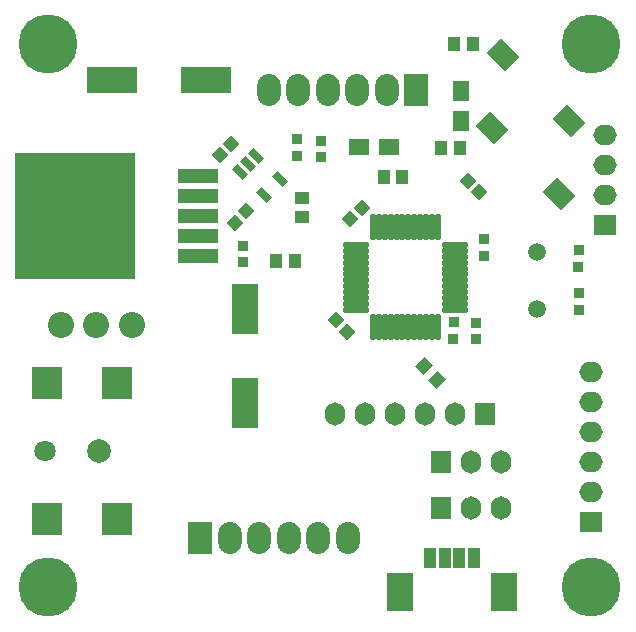
<source format=gts>
G04*
G04 #@! TF.GenerationSoftware,Altium Limited,Altium Designer,19.1.8 (144)*
G04*
G04 Layer_Color=8388736*
%FSLAX44Y44*%
%MOMM*%
G71*
G01*
G75*
G04:AMPARAMS|DCode=37|XSize=1.0032mm|YSize=1.1682mm|CornerRadius=0mm|HoleSize=0mm|Usage=FLASHONLY|Rotation=315.000|XOffset=0mm|YOffset=0mm|HoleType=Round|Shape=Rectangle|*
%AMROTATEDRECTD37*
4,1,4,-0.7677,-0.0583,0.0583,0.7677,0.7677,0.0583,-0.0583,-0.7677,-0.7677,-0.0583,0.0*
%
%ADD37ROTATEDRECTD37*%

%ADD38R,0.9652X0.9652*%
%ADD39P,1.3650X4X360.0*%
%ADD40R,1.0032X1.1682*%
%ADD41P,1.3650X4X270.0*%
%ADD42R,1.1682X1.0032*%
%ADD43R,2.5032X2.7032*%
%ADD44R,3.4032X1.2532*%
%ADD45R,10.2032X10.6532*%
%ADD46R,4.2032X2.2032*%
%ADD47R,2.2032X4.2032*%
G04:AMPARAMS|DCode=48|XSize=0.6532mm|YSize=1.2032mm|CornerRadius=0mm|HoleSize=0mm|Usage=FLASHONLY|Rotation=45.000|XOffset=0mm|YOffset=0mm|HoleType=Round|Shape=Rectangle|*
%AMROTATEDRECTD48*
4,1,4,0.1945,-0.6563,-0.6563,0.1945,-0.1945,0.6563,0.6563,-0.1945,0.1945,-0.6563,0.0*
%
%ADD48ROTATEDRECTD48*%

G04:AMPARAMS|DCode=49|XSize=2.2032mm|YSize=1.7032mm|CornerRadius=0mm|HoleSize=0mm|Usage=FLASHONLY|Rotation=135.000|XOffset=0mm|YOffset=0mm|HoleType=Round|Shape=Rectangle|*
%AMROTATEDRECTD49*
4,1,4,1.3811,-0.1768,0.1768,-1.3811,-1.3811,0.1768,-0.1768,1.3811,1.3811,-0.1768,0.0*
%
%ADD49ROTATEDRECTD49*%

%ADD50R,1.7272X1.4732*%
%ADD51R,1.4732X1.7272*%
%ADD52O,0.5032X2.3032*%
%ADD53O,2.3032X0.5032*%
%ADD54R,2.3032X3.2032*%
%ADD55R,1.0032X1.8032*%
%ADD56R,1.7272X1.9812*%
%ADD57O,1.7272X1.9812*%
%ADD58C,5.0000*%
%ADD59O,2.0032X2.7032*%
%ADD60R,2.0032X2.7032*%
%ADD61C,2.2032*%
%ADD62O,1.9812X1.7272*%
%ADD63R,1.9812X1.7272*%
%ADD64C,1.5032*%
%ADD65C,2.0032*%
%ADD66C,1.8032*%
D37*
X828250Y637250D02*
D03*
X839564Y625936D02*
D03*
D38*
X872246Y660280D02*
D03*
X872500Y674250D02*
D03*
X853500Y660500D02*
D03*
X853754Y674470D02*
D03*
X959500Y735250D02*
D03*
X959246Y721280D02*
D03*
X959500Y685000D02*
D03*
X959754Y698970D02*
D03*
X879254Y744970D02*
D03*
X879000Y731000D02*
D03*
X675640Y739140D02*
D03*
X675386Y725170D02*
D03*
X741680Y828040D02*
D03*
X741426Y814070D02*
D03*
X721360Y829310D02*
D03*
X721106Y815340D02*
D03*
D39*
X753851Y676399D02*
D03*
X763550Y666341D02*
D03*
X875449Y784442D02*
D03*
X865750Y794500D02*
D03*
D40*
X870000Y910000D02*
D03*
X854000D02*
D03*
X843280Y821690D02*
D03*
X859280D02*
D03*
X794260Y797560D02*
D03*
X810260D02*
D03*
X719250Y726600D02*
D03*
X703250D02*
D03*
D41*
X775750Y771500D02*
D03*
X765692Y761801D02*
D03*
X668122Y758651D02*
D03*
X678180Y768350D02*
D03*
X655422Y815801D02*
D03*
X665480Y825500D02*
D03*
D42*
X724875Y779375D02*
D03*
Y763375D02*
D03*
D43*
X568960Y508000D02*
D03*
X508960D02*
D03*
X568960Y623000D02*
D03*
X508960D02*
D03*
D44*
X637540Y730540D02*
D03*
Y747540D02*
D03*
Y764540D02*
D03*
Y781540D02*
D03*
Y798540D02*
D03*
D45*
X533400Y764540D02*
D03*
D46*
X564000Y880000D02*
D03*
X644000D02*
D03*
D47*
X676910Y605800D02*
D03*
Y685800D02*
D03*
D48*
X672993Y802012D02*
D03*
X686428Y815447D02*
D03*
X679710Y808729D02*
D03*
X706227Y795648D02*
D03*
X692792Y782213D02*
D03*
D49*
X895322Y900678D02*
D03*
X951557Y844726D02*
D03*
X942500Y783000D02*
D03*
X886266Y838952D02*
D03*
D50*
X798830Y822960D02*
D03*
X773430D02*
D03*
D51*
X860000Y870000D02*
D03*
Y844600D02*
D03*
D52*
X840300Y670200D02*
D03*
X835300D02*
D03*
X830300D02*
D03*
X825300D02*
D03*
X820300D02*
D03*
X815300D02*
D03*
X810300D02*
D03*
X805300D02*
D03*
X800300D02*
D03*
X795300D02*
D03*
X790300D02*
D03*
X785300D02*
D03*
Y754740D02*
D03*
X790300D02*
D03*
X795300D02*
D03*
X800300D02*
D03*
X805300D02*
D03*
X810300D02*
D03*
X815300D02*
D03*
X820300D02*
D03*
X825300D02*
D03*
X830300D02*
D03*
X835300D02*
D03*
X840300D02*
D03*
D53*
X770784Y684970D02*
D03*
Y689970D02*
D03*
Y694970D02*
D03*
Y699970D02*
D03*
Y704970D02*
D03*
Y709970D02*
D03*
Y714970D02*
D03*
Y719970D02*
D03*
Y724970D02*
D03*
Y729970D02*
D03*
Y734970D02*
D03*
Y739970D02*
D03*
X855070D02*
D03*
Y734970D02*
D03*
Y729970D02*
D03*
Y724970D02*
D03*
Y719970D02*
D03*
Y714970D02*
D03*
Y709970D02*
D03*
Y704970D02*
D03*
Y699970D02*
D03*
Y694970D02*
D03*
Y689970D02*
D03*
Y684970D02*
D03*
D54*
X808000Y446000D02*
D03*
X896500D02*
D03*
D55*
X833500Y475000D02*
D03*
X846000D02*
D03*
X858500D02*
D03*
X871000D02*
D03*
D56*
X842600Y556000D02*
D03*
Y517000D02*
D03*
X880110Y596900D02*
D03*
D57*
X868000Y556000D02*
D03*
X893400D02*
D03*
X868000Y517000D02*
D03*
X893400D02*
D03*
X778510Y596900D02*
D03*
X803910D02*
D03*
X829310D02*
D03*
X854710D02*
D03*
X753110D02*
D03*
D58*
X970000Y910000D02*
D03*
Y450000D02*
D03*
X510000Y910000D02*
D03*
Y450000D02*
D03*
D59*
X722000Y871500D02*
D03*
X697000D02*
D03*
X747000D02*
D03*
X772000D02*
D03*
X797000D02*
D03*
X739000Y491500D02*
D03*
X764000D02*
D03*
X714000D02*
D03*
X689000D02*
D03*
X664000D02*
D03*
D60*
X822000Y871500D02*
D03*
X639000Y491500D02*
D03*
D61*
X551180Y671830D02*
D03*
X521180D02*
D03*
X581180D02*
D03*
D62*
X970000Y607400D02*
D03*
Y582000D02*
D03*
Y556600D02*
D03*
Y531200D02*
D03*
Y632800D02*
D03*
X981710Y833120D02*
D03*
Y807720D02*
D03*
Y782320D02*
D03*
D63*
X970000Y505800D02*
D03*
X981710Y756920D02*
D03*
D64*
X924560Y734060D02*
D03*
Y686060D02*
D03*
D65*
X552960Y565500D02*
D03*
D66*
X507960D02*
D03*
M02*

</source>
